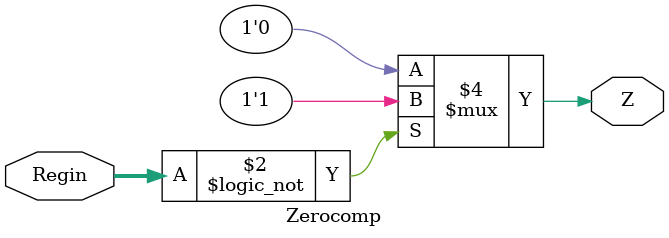
<source format=v>
module Zerocomp(Regin,Z);
	
	input [76:0]Regin;
	output reg Z;
		
always @(Regin) begin
	if(Regin==77'b0)
		Z=1'b1;
	else begin
		Z=1'b0;
	end
end
endmodule

</source>
